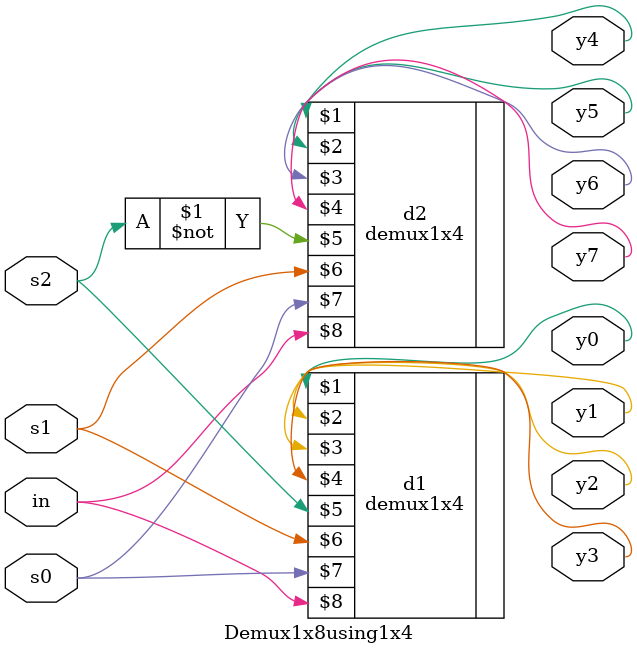
<source format=v>
`timescale 1ns / 1ps


module Demux1x8using1x4(output y0,y1,y2,y3,y4,y5,y6,y7,input s2,s1,s0,input in);
demux1x4 d1(y0,y1,y2,y3,s2,s1,s0,in);
demux1x4 d2(y4,y5,y6,y7,~s2,s1,s0,in);
endmodule

</source>
